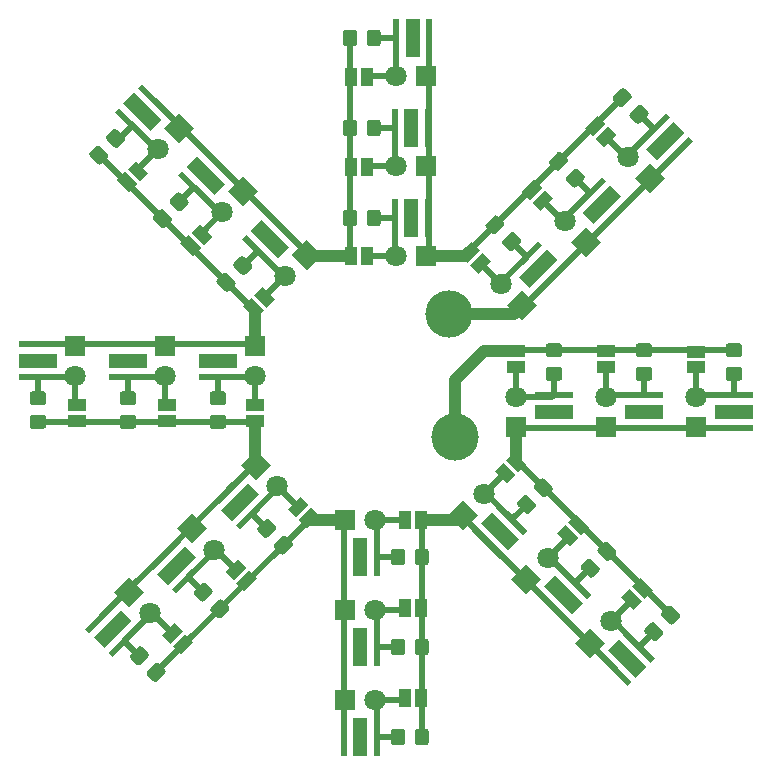
<source format=gbr>
%TF.GenerationSoftware,KiCad,Pcbnew,(5.1.9)-1*%
%TF.CreationDate,2025-04-10T23:46:23-06:00*%
%TF.ProjectId,LEDS,4c454453-2e6b-4696-9361-645f70636258,rev?*%
%TF.SameCoordinates,Original*%
%TF.FileFunction,Copper,L1,Top*%
%TF.FilePolarity,Positive*%
%FSLAX46Y46*%
G04 Gerber Fmt 4.6, Leading zero omitted, Abs format (unit mm)*
G04 Created by KiCad (PCBNEW (5.1.9)-1) date 2025-04-10 23:46:23*
%MOMM*%
%LPD*%
G01*
G04 APERTURE LIST*
%TA.AperFunction,ComponentPad*%
%ADD10R,1.800000X1.800000*%
%TD*%
%TA.AperFunction,ComponentPad*%
%ADD11C,1.800000*%
%TD*%
%TA.AperFunction,ComponentPad*%
%ADD12C,0.100000*%
%TD*%
%TA.AperFunction,SMDPad,CuDef*%
%ADD13R,3.300000X0.500000*%
%TD*%
%TA.AperFunction,SMDPad,CuDef*%
%ADD14R,3.300000X1.300000*%
%TD*%
%TA.AperFunction,SMDPad,CuDef*%
%ADD15C,0.100000*%
%TD*%
%TA.AperFunction,SMDPad,CuDef*%
%ADD16R,1.300000X3.300000*%
%TD*%
%TA.AperFunction,SMDPad,CuDef*%
%ADD17R,0.500000X3.300000*%
%TD*%
%TA.AperFunction,SMDPad,CuDef*%
%ADD18R,1.500000X1.000000*%
%TD*%
%TA.AperFunction,SMDPad,CuDef*%
%ADD19R,1.000000X1.500000*%
%TD*%
%TA.AperFunction,SMDPad,CuDef*%
%ADD20C,4.000000*%
%TD*%
%TA.AperFunction,ViaPad*%
%ADD21C,0.800000*%
%TD*%
%TA.AperFunction,Conductor*%
%ADD22C,0.508000*%
%TD*%
%TA.AperFunction,Conductor*%
%ADD23C,1.016000*%
%TD*%
G04 APERTURE END LIST*
D10*
%TO.P,D1,1*%
%TO.N,Net-(D1-Pad1)*%
X169799000Y-113919000D03*
D11*
%TO.P,D1,2*%
%TO.N,Net-(D1-Pad2)*%
X169799000Y-111379000D03*
%TD*%
%TA.AperFunction,ComponentPad*%
D12*
%TO.P,D2,1*%
%TO.N,Net-(D10-Pad1)*%
G36*
X165265022Y-122702075D02*
G01*
X163992230Y-121429283D01*
X165265022Y-120156491D01*
X166537814Y-121429283D01*
X165265022Y-122702075D01*
G37*
%TD.AperFunction*%
D11*
%TO.P,D2,2*%
%TO.N,Net-(D10-Pad2)*%
X167061073Y-119633232D03*
%TD*%
D10*
%TO.P,D3,1*%
%TO.N,Net-(D11-Pad1)*%
X155321000Y-121793000D03*
D11*
%TO.P,D3,2*%
%TO.N,Net-(D11-Pad2)*%
X157861000Y-121793000D03*
%TD*%
%TO.P,D4,2*%
%TO.N,Net-(D12-Pad2)*%
X149550472Y-118948277D03*
%TA.AperFunction,ComponentPad*%
D12*
%TO.P,D4,1*%
%TO.N,Net-(D12-Pad1)*%
G36*
X146481629Y-117152226D02*
G01*
X147754421Y-115879434D01*
X149027213Y-117152226D01*
X147754421Y-118425018D01*
X146481629Y-117152226D01*
G37*
%TD.AperFunction*%
%TD*%
D11*
%TO.P,D5,2*%
%TO.N,Net-(D13-Pad2)*%
X147701000Y-109601000D03*
D10*
%TO.P,D5,1*%
%TO.N,Net-(D13-Pad1)*%
X147701000Y-107061000D03*
%TD*%
%TA.AperFunction,ComponentPad*%
D12*
%TO.P,D6,1*%
%TO.N,Net-(D14-Pad1)*%
G36*
X152031917Y-98113772D02*
G01*
X153304709Y-99386564D01*
X152031917Y-100659356D01*
X150759125Y-99386564D01*
X152031917Y-98113772D01*
G37*
%TD.AperFunction*%
D11*
%TO.P,D6,2*%
%TO.N,Net-(D14-Pad2)*%
X150235866Y-101182615D03*
%TD*%
D10*
%TO.P,D7,1*%
%TO.N,Net-(D15-Pad1)*%
X162179000Y-99441000D03*
D11*
%TO.P,D7,2*%
%TO.N,Net-(D15-Pad2)*%
X159639000Y-99441000D03*
%TD*%
%TO.P,D8,2*%
%TO.N,Net-(D16-Pad2)*%
X168510589Y-101867570D03*
%TA.AperFunction,ComponentPad*%
D12*
%TO.P,D8,1*%
%TO.N,Net-(D16-Pad1)*%
G36*
X171579432Y-103663621D02*
G01*
X170306640Y-104936413D01*
X169033848Y-103663621D01*
X170306640Y-102390829D01*
X171579432Y-103663621D01*
G37*
%TD.AperFunction*%
%TD*%
D13*
%TO.P,D9,2*%
%TO.N,Net-(D1-Pad2)*%
X172974000Y-111249000D03*
%TO.P,D9,1*%
%TO.N,Net-(D1-Pad1)*%
X172974000Y-114049000D03*
D14*
%TO.P,D9,3*%
%TO.N,Net-(D16-Pad1)*%
X172974000Y-112649000D03*
%TD*%
%TA.AperFunction,SMDPad,CuDef*%
D15*
%TO.P,D10,3*%
%TO.N,Net-(D16-Pad1)*%
G36*
X169115219Y-124402667D02*
G01*
X166781766Y-122069214D01*
X167701005Y-121149975D01*
X170034458Y-123483428D01*
X169115219Y-124402667D01*
G37*
%TD.AperFunction*%
%TA.AperFunction,SMDPad,CuDef*%
%TO.P,D10,1*%
%TO.N,Net-(D10-Pad1)*%
G36*
X168408112Y-125109773D02*
G01*
X166074660Y-122776321D01*
X166428214Y-122422767D01*
X168761666Y-124756219D01*
X168408112Y-125109773D01*
G37*
%TD.AperFunction*%
%TA.AperFunction,SMDPad,CuDef*%
%TO.P,D10,2*%
%TO.N,Net-(D10-Pad2)*%
G36*
X170388010Y-123129875D02*
G01*
X168054558Y-120796423D01*
X168408112Y-120442869D01*
X170741564Y-122776321D01*
X170388010Y-123129875D01*
G37*
%TD.AperFunction*%
%TD*%
D16*
%TO.P,D11,3*%
%TO.N,Net-(D16-Pad1)*%
X156591000Y-124968000D03*
D17*
%TO.P,D11,1*%
%TO.N,Net-(D11-Pad1)*%
X155191000Y-124968000D03*
%TO.P,D11,2*%
%TO.N,Net-(D11-Pad2)*%
X157991000Y-124968000D03*
%TD*%
%TA.AperFunction,SMDPad,CuDef*%
D15*
%TO.P,D12,3*%
%TO.N,Net-(D16-Pad1)*%
G36*
X144781037Y-121002422D02*
G01*
X147114490Y-118668969D01*
X148033729Y-119588208D01*
X145700276Y-121921661D01*
X144781037Y-121002422D01*
G37*
%TD.AperFunction*%
%TA.AperFunction,SMDPad,CuDef*%
%TO.P,D12,1*%
%TO.N,Net-(D12-Pad1)*%
G36*
X144073931Y-120295315D02*
G01*
X146407383Y-117961863D01*
X146760937Y-118315417D01*
X144427485Y-120648869D01*
X144073931Y-120295315D01*
G37*
%TD.AperFunction*%
%TA.AperFunction,SMDPad,CuDef*%
%TO.P,D12,2*%
%TO.N,Net-(D12-Pad2)*%
G36*
X146053829Y-122275213D02*
G01*
X148387281Y-119941761D01*
X148740835Y-120295315D01*
X146407383Y-122628767D01*
X146053829Y-122275213D01*
G37*
%TD.AperFunction*%
%TD*%
D13*
%TO.P,D13,2*%
%TO.N,Net-(D13-Pad2)*%
X144526000Y-109731000D03*
%TO.P,D13,1*%
%TO.N,Net-(D13-Pad1)*%
X144526000Y-106931000D03*
D14*
%TO.P,D13,3*%
%TO.N,Net-(D16-Pad1)*%
X144526000Y-108331000D03*
%TD*%
%TA.AperFunction,SMDPad,CuDef*%
D15*
%TO.P,D14,2*%
%TO.N,Net-(D14-Pad2)*%
G36*
X146908930Y-97685972D02*
G01*
X149242382Y-100019424D01*
X148888828Y-100372978D01*
X146555376Y-98039526D01*
X146908930Y-97685972D01*
G37*
%TD.AperFunction*%
%TA.AperFunction,SMDPad,CuDef*%
%TO.P,D14,1*%
%TO.N,Net-(D14-Pad1)*%
G36*
X148888828Y-95706074D02*
G01*
X151222280Y-98039526D01*
X150868726Y-98393080D01*
X148535274Y-96059628D01*
X148888828Y-95706074D01*
G37*
%TD.AperFunction*%
%TA.AperFunction,SMDPad,CuDef*%
%TO.P,D14,3*%
%TO.N,Net-(D16-Pad1)*%
G36*
X148181721Y-96413180D02*
G01*
X150515174Y-98746633D01*
X149595935Y-99665872D01*
X147262482Y-97332419D01*
X148181721Y-96413180D01*
G37*
%TD.AperFunction*%
%TD*%
D17*
%TO.P,D15,2*%
%TO.N,Net-(D15-Pad2)*%
X159509000Y-96266000D03*
%TO.P,D15,1*%
%TO.N,Net-(D15-Pad1)*%
X162309000Y-96266000D03*
D16*
%TO.P,D15,3*%
%TO.N,Net-(D16-Pad1)*%
X160909000Y-96266000D03*
%TD*%
%TA.AperFunction,SMDPad,CuDef*%
D15*
%TO.P,D16,3*%
%TO.N,Net-(D16-Pad1)*%
G36*
X173280024Y-99813424D02*
G01*
X170946571Y-102146877D01*
X170027332Y-101227638D01*
X172360785Y-98894185D01*
X173280024Y-99813424D01*
G37*
%TD.AperFunction*%
%TA.AperFunction,SMDPad,CuDef*%
%TO.P,D16,1*%
G36*
X173987130Y-100520531D02*
G01*
X171653678Y-102853983D01*
X171300124Y-102500429D01*
X173633576Y-100166977D01*
X173987130Y-100520531D01*
G37*
%TD.AperFunction*%
%TA.AperFunction,SMDPad,CuDef*%
%TO.P,D16,2*%
%TO.N,Net-(D16-Pad2)*%
G36*
X172007232Y-98540633D02*
G01*
X169673780Y-100874085D01*
X169320226Y-100520531D01*
X171653678Y-98187079D01*
X172007232Y-98540633D01*
G37*
%TD.AperFunction*%
%TD*%
D11*
%TO.P,D17,2*%
%TO.N,Net-(D17-Pad2)*%
X177419000Y-111379000D03*
D10*
%TO.P,D17,1*%
%TO.N,Net-(D1-Pad1)*%
X177419000Y-113919000D03*
%TD*%
%TA.AperFunction,ComponentPad*%
D12*
%TO.P,D18,1*%
%TO.N,Net-(D10-Pad1)*%
G36*
X170653176Y-128090228D02*
G01*
X169380384Y-126817436D01*
X170653176Y-125544644D01*
X171925968Y-126817436D01*
X170653176Y-128090228D01*
G37*
%TD.AperFunction*%
D11*
%TO.P,D18,2*%
%TO.N,Net-(D18-Pad2)*%
X172449227Y-125021385D03*
%TD*%
D10*
%TO.P,D19,1*%
%TO.N,Net-(D11-Pad1)*%
X155321000Y-129413000D03*
D11*
%TO.P,D19,2*%
%TO.N,Net-(D19-Pad2)*%
X157861000Y-129413000D03*
%TD*%
%TO.P,D20,2*%
%TO.N,Net-(D20-Pad2)*%
X144162318Y-124336430D03*
%TA.AperFunction,ComponentPad*%
D12*
%TO.P,D20,1*%
%TO.N,Net-(D12-Pad1)*%
G36*
X141093475Y-122540379D02*
G01*
X142366267Y-121267587D01*
X143639059Y-122540379D01*
X142366267Y-123813171D01*
X141093475Y-122540379D01*
G37*
%TD.AperFunction*%
%TD*%
D10*
%TO.P,D21,1*%
%TO.N,Net-(D13-Pad1)*%
X140081000Y-107061000D03*
D11*
%TO.P,D21,2*%
%TO.N,Net-(D21-Pad2)*%
X140081000Y-109601000D03*
%TD*%
%TA.AperFunction,ComponentPad*%
D12*
%TO.P,D22,1*%
%TO.N,Net-(D14-Pad1)*%
G36*
X146643764Y-92725618D02*
G01*
X147916556Y-93998410D01*
X146643764Y-95271202D01*
X145370972Y-93998410D01*
X146643764Y-92725618D01*
G37*
%TD.AperFunction*%
D11*
%TO.P,D22,2*%
%TO.N,Net-(D22-Pad2)*%
X144847713Y-95794461D03*
%TD*%
D10*
%TO.P,D23,1*%
%TO.N,Net-(D15-Pad1)*%
X162179000Y-91821000D03*
D11*
%TO.P,D23,2*%
%TO.N,Net-(D23-Pad2)*%
X159639000Y-91821000D03*
%TD*%
%TO.P,D24,2*%
%TO.N,Net-(D24-Pad2)*%
X173898742Y-96479416D03*
%TA.AperFunction,ComponentPad*%
D12*
%TO.P,D24,1*%
%TO.N,Net-(D16-Pad1)*%
G36*
X176967585Y-98275467D02*
G01*
X175694793Y-99548259D01*
X174422001Y-98275467D01*
X175694793Y-97002675D01*
X176967585Y-98275467D01*
G37*
%TD.AperFunction*%
%TD*%
D14*
%TO.P,D25,3*%
%TO.N,Net-(D16-Pad1)*%
X180594000Y-112649000D03*
D13*
%TO.P,D25,1*%
%TO.N,Net-(D1-Pad1)*%
X180594000Y-114049000D03*
%TO.P,D25,2*%
%TO.N,Net-(D17-Pad2)*%
X180594000Y-111249000D03*
%TD*%
%TA.AperFunction,SMDPad,CuDef*%
D15*
%TO.P,D26,2*%
%TO.N,Net-(D18-Pad2)*%
G36*
X175776163Y-128518029D02*
G01*
X173442711Y-126184577D01*
X173796265Y-125831023D01*
X176129717Y-128164475D01*
X175776163Y-128518029D01*
G37*
%TD.AperFunction*%
%TA.AperFunction,SMDPad,CuDef*%
%TO.P,D26,1*%
%TO.N,Net-(D10-Pad1)*%
G36*
X173796265Y-130497927D02*
G01*
X171462813Y-128164475D01*
X171816367Y-127810921D01*
X174149819Y-130144373D01*
X173796265Y-130497927D01*
G37*
%TD.AperFunction*%
%TA.AperFunction,SMDPad,CuDef*%
%TO.P,D26,3*%
%TO.N,Net-(D16-Pad1)*%
G36*
X174503372Y-129790821D02*
G01*
X172169919Y-127457368D01*
X173089158Y-126538129D01*
X175422611Y-128871582D01*
X174503372Y-129790821D01*
G37*
%TD.AperFunction*%
%TD*%
D17*
%TO.P,D27,2*%
%TO.N,Net-(D19-Pad2)*%
X157991000Y-132588000D03*
%TO.P,D27,1*%
%TO.N,Net-(D11-Pad1)*%
X155191000Y-132588000D03*
D16*
%TO.P,D27,3*%
%TO.N,Net-(D16-Pad1)*%
X156591000Y-132588000D03*
%TD*%
%TA.AperFunction,SMDPad,CuDef*%
D15*
%TO.P,D28,3*%
%TO.N,Net-(D16-Pad1)*%
G36*
X139392883Y-126390576D02*
G01*
X141726336Y-124057123D01*
X142645575Y-124976362D01*
X140312122Y-127309815D01*
X139392883Y-126390576D01*
G37*
%TD.AperFunction*%
%TA.AperFunction,SMDPad,CuDef*%
%TO.P,D28,1*%
%TO.N,Net-(D12-Pad1)*%
G36*
X138685777Y-125683469D02*
G01*
X141019229Y-123350017D01*
X141372783Y-123703571D01*
X139039331Y-126037023D01*
X138685777Y-125683469D01*
G37*
%TD.AperFunction*%
%TA.AperFunction,SMDPad,CuDef*%
%TO.P,D28,2*%
%TO.N,Net-(D20-Pad2)*%
G36*
X140665675Y-127663367D02*
G01*
X142999127Y-125329915D01*
X143352681Y-125683469D01*
X141019229Y-128016921D01*
X140665675Y-127663367D01*
G37*
%TD.AperFunction*%
%TD*%
D13*
%TO.P,D29,2*%
%TO.N,Net-(D21-Pad2)*%
X136906000Y-109731000D03*
%TO.P,D29,1*%
%TO.N,Net-(D13-Pad1)*%
X136906000Y-106931000D03*
D14*
%TO.P,D29,3*%
%TO.N,Net-(D16-Pad1)*%
X136906000Y-108331000D03*
%TD*%
%TA.AperFunction,SMDPad,CuDef*%
D15*
%TO.P,D30,2*%
%TO.N,Net-(D22-Pad2)*%
G36*
X141520776Y-92297818D02*
G01*
X143854228Y-94631270D01*
X143500674Y-94984824D01*
X141167222Y-92651372D01*
X141520776Y-92297818D01*
G37*
%TD.AperFunction*%
%TA.AperFunction,SMDPad,CuDef*%
%TO.P,D30,1*%
%TO.N,Net-(D14-Pad1)*%
G36*
X143500674Y-90317920D02*
G01*
X145834126Y-92651372D01*
X145480572Y-93004926D01*
X143147120Y-90671474D01*
X143500674Y-90317920D01*
G37*
%TD.AperFunction*%
%TA.AperFunction,SMDPad,CuDef*%
%TO.P,D30,3*%
%TO.N,Net-(D16-Pad1)*%
G36*
X142793567Y-91025026D02*
G01*
X145127020Y-93358479D01*
X144207781Y-94277718D01*
X141874328Y-91944265D01*
X142793567Y-91025026D01*
G37*
%TD.AperFunction*%
%TD*%
D16*
%TO.P,D31,3*%
%TO.N,Net-(D16-Pad1)*%
X160909000Y-88646000D03*
D17*
%TO.P,D31,1*%
%TO.N,Net-(D15-Pad1)*%
X162309000Y-88646000D03*
%TO.P,D31,2*%
%TO.N,Net-(D23-Pad2)*%
X159509000Y-88646000D03*
%TD*%
%TA.AperFunction,SMDPad,CuDef*%
D15*
%TO.P,D32,2*%
%TO.N,Net-(D24-Pad2)*%
G36*
X177395386Y-93152480D02*
G01*
X175061934Y-95485932D01*
X174708380Y-95132378D01*
X177041832Y-92798926D01*
X177395386Y-93152480D01*
G37*
%TD.AperFunction*%
%TA.AperFunction,SMDPad,CuDef*%
%TO.P,D32,1*%
%TO.N,Net-(D16-Pad1)*%
G36*
X179375284Y-95132378D02*
G01*
X177041832Y-97465830D01*
X176688278Y-97112276D01*
X179021730Y-94778824D01*
X179375284Y-95132378D01*
G37*
%TD.AperFunction*%
%TA.AperFunction,SMDPad,CuDef*%
%TO.P,D32,3*%
G36*
X178668178Y-94425271D02*
G01*
X176334725Y-96758724D01*
X175415486Y-95839485D01*
X177748939Y-93506032D01*
X178668178Y-94425271D01*
G37*
%TD.AperFunction*%
%TD*%
D11*
%TO.P,D33,2*%
%TO.N,Net-(D33-Pad2)*%
X185039000Y-111379000D03*
D10*
%TO.P,D33,1*%
%TO.N,Net-(D1-Pad1)*%
X185039000Y-113919000D03*
%TD*%
%TA.AperFunction,ComponentPad*%
D12*
%TO.P,D34,1*%
%TO.N,Net-(D10-Pad1)*%
G36*
X176041329Y-133478382D02*
G01*
X174768537Y-132205590D01*
X176041329Y-130932798D01*
X177314121Y-132205590D01*
X176041329Y-133478382D01*
G37*
%TD.AperFunction*%
D11*
%TO.P,D34,2*%
%TO.N,Net-(D34-Pad2)*%
X177837380Y-130409539D03*
%TD*%
%TO.P,D35,2*%
%TO.N,Net-(D35-Pad2)*%
X157861000Y-137033000D03*
D10*
%TO.P,D35,1*%
%TO.N,Net-(D11-Pad1)*%
X155321000Y-137033000D03*
%TD*%
%TA.AperFunction,ComponentPad*%
D12*
%TO.P,D36,1*%
%TO.N,Net-(D12-Pad1)*%
G36*
X135705322Y-127928533D02*
G01*
X136978114Y-126655741D01*
X138250906Y-127928533D01*
X136978114Y-129201325D01*
X135705322Y-127928533D01*
G37*
%TD.AperFunction*%
D11*
%TO.P,D36,2*%
%TO.N,Net-(D36-Pad2)*%
X138774165Y-129724584D03*
%TD*%
%TO.P,D37,2*%
%TO.N,Net-(D37-Pad2)*%
X132461000Y-109601000D03*
D10*
%TO.P,D37,1*%
%TO.N,Net-(D13-Pad1)*%
X132461000Y-107061000D03*
%TD*%
D11*
%TO.P,D38,2*%
%TO.N,Net-(D38-Pad2)*%
X139459559Y-90406308D03*
%TA.AperFunction,ComponentPad*%
D12*
%TO.P,D38,1*%
%TO.N,Net-(D14-Pad1)*%
G36*
X141255610Y-87337465D02*
G01*
X142528402Y-88610257D01*
X141255610Y-89883049D01*
X139982818Y-88610257D01*
X141255610Y-87337465D01*
G37*
%TD.AperFunction*%
%TD*%
D11*
%TO.P,D39,2*%
%TO.N,Net-(D39-Pad2)*%
X159639000Y-84201000D03*
D10*
%TO.P,D39,1*%
%TO.N,Net-(D15-Pad1)*%
X162179000Y-84201000D03*
%TD*%
D11*
%TO.P,D40,2*%
%TO.N,Net-(D40-Pad2)*%
X179286896Y-91091263D03*
%TA.AperFunction,ComponentPad*%
D12*
%TO.P,D40,1*%
%TO.N,Net-(D16-Pad1)*%
G36*
X182355739Y-92887314D02*
G01*
X181082947Y-94160106D01*
X179810155Y-92887314D01*
X181082947Y-91614522D01*
X182355739Y-92887314D01*
G37*
%TD.AperFunction*%
%TD*%
D14*
%TO.P,D41,3*%
%TO.N,Net-(D16-Pad1)*%
X188214000Y-112649000D03*
D13*
%TO.P,D41,1*%
%TO.N,Net-(D1-Pad1)*%
X188214000Y-114049000D03*
%TO.P,D41,2*%
%TO.N,Net-(D33-Pad2)*%
X188214000Y-111249000D03*
%TD*%
%TA.AperFunction,SMDPad,CuDef*%
D15*
%TO.P,D42,2*%
%TO.N,Net-(D34-Pad2)*%
G36*
X181166438Y-133904061D02*
G01*
X178832986Y-131570609D01*
X179186540Y-131217055D01*
X181519992Y-133550507D01*
X181166438Y-133904061D01*
G37*
%TD.AperFunction*%
%TA.AperFunction,SMDPad,CuDef*%
%TO.P,D42,1*%
%TO.N,Net-(D10-Pad1)*%
G36*
X179186540Y-135883959D02*
G01*
X176853088Y-133550507D01*
X177206642Y-133196953D01*
X179540094Y-135530405D01*
X179186540Y-135883959D01*
G37*
%TD.AperFunction*%
%TA.AperFunction,SMDPad,CuDef*%
%TO.P,D42,3*%
%TO.N,Net-(D16-Pad1)*%
G36*
X179893647Y-135176853D02*
G01*
X177560194Y-132843400D01*
X178479433Y-131924161D01*
X180812886Y-134257614D01*
X179893647Y-135176853D01*
G37*
%TD.AperFunction*%
%TD*%
D16*
%TO.P,D43,3*%
%TO.N,Net-(D16-Pad1)*%
X156594000Y-140208000D03*
D17*
%TO.P,D43,1*%
%TO.N,Net-(D11-Pad1)*%
X155194000Y-140208000D03*
%TO.P,D43,2*%
%TO.N,Net-(D35-Pad2)*%
X157994000Y-140208000D03*
%TD*%
%TA.AperFunction,SMDPad,CuDef*%
D15*
%TO.P,D44,3*%
%TO.N,Net-(D16-Pad1)*%
G36*
X134002608Y-131776608D02*
G01*
X136336061Y-129443155D01*
X137255300Y-130362394D01*
X134921847Y-132695847D01*
X134002608Y-131776608D01*
G37*
%TD.AperFunction*%
%TA.AperFunction,SMDPad,CuDef*%
%TO.P,D44,1*%
%TO.N,Net-(D12-Pad1)*%
G36*
X133295502Y-131069501D02*
G01*
X135628954Y-128736049D01*
X135982508Y-129089603D01*
X133649056Y-131423055D01*
X133295502Y-131069501D01*
G37*
%TD.AperFunction*%
%TA.AperFunction,SMDPad,CuDef*%
%TO.P,D44,2*%
%TO.N,Net-(D36-Pad2)*%
G36*
X135275400Y-133049399D02*
G01*
X137608852Y-130715947D01*
X137962406Y-131069501D01*
X135628954Y-133402953D01*
X135275400Y-133049399D01*
G37*
%TD.AperFunction*%
%TD*%
D14*
%TO.P,D45,3*%
%TO.N,Net-(D16-Pad1)*%
X129286000Y-108328000D03*
D13*
%TO.P,D45,1*%
%TO.N,Net-(D13-Pad1)*%
X129286000Y-106928000D03*
%TO.P,D45,2*%
%TO.N,Net-(D37-Pad2)*%
X129286000Y-109728000D03*
%TD*%
%TA.AperFunction,SMDPad,CuDef*%
D15*
%TO.P,D46,2*%
%TO.N,Net-(D38-Pad2)*%
G36*
X136134744Y-86907543D02*
G01*
X138468196Y-89240995D01*
X138114642Y-89594549D01*
X135781190Y-87261097D01*
X136134744Y-86907543D01*
G37*
%TD.AperFunction*%
%TA.AperFunction,SMDPad,CuDef*%
%TO.P,D46,1*%
%TO.N,Net-(D14-Pad1)*%
G36*
X138114642Y-84927645D02*
G01*
X140448094Y-87261097D01*
X140094540Y-87614651D01*
X137761088Y-85281199D01*
X138114642Y-84927645D01*
G37*
%TD.AperFunction*%
%TA.AperFunction,SMDPad,CuDef*%
%TO.P,D46,3*%
%TO.N,Net-(D16-Pad1)*%
G36*
X137407535Y-85634751D02*
G01*
X139740988Y-87968204D01*
X138821749Y-88887443D01*
X136488296Y-86553990D01*
X137407535Y-85634751D01*
G37*
%TD.AperFunction*%
%TD*%
D16*
%TO.P,D47,3*%
%TO.N,Net-(D16-Pad1)*%
X161036000Y-81026000D03*
D17*
%TO.P,D47,1*%
%TO.N,Net-(D15-Pad1)*%
X162436000Y-81026000D03*
%TO.P,D47,2*%
%TO.N,Net-(D39-Pad2)*%
X159636000Y-81026000D03*
%TD*%
%TA.AperFunction,SMDPad,CuDef*%
D15*
%TO.P,D48,2*%
%TO.N,Net-(D40-Pad2)*%
G36*
X182783539Y-87764326D02*
G01*
X180450087Y-90097778D01*
X180096533Y-89744224D01*
X182429985Y-87410772D01*
X182783539Y-87764326D01*
G37*
%TD.AperFunction*%
%TA.AperFunction,SMDPad,CuDef*%
%TO.P,D48,1*%
%TO.N,Net-(D16-Pad1)*%
G36*
X184763437Y-89744224D02*
G01*
X182429985Y-92077676D01*
X182076431Y-91724122D01*
X184409883Y-89390670D01*
X184763437Y-89744224D01*
G37*
%TD.AperFunction*%
%TA.AperFunction,SMDPad,CuDef*%
%TO.P,D48,3*%
G36*
X184056331Y-89037117D02*
G01*
X181722878Y-91370570D01*
X180803639Y-90451331D01*
X183137092Y-88117878D01*
X184056331Y-89037117D01*
G37*
%TD.AperFunction*%
%TD*%
D18*
%TO.P,JP1,2*%
%TO.N,Net-(JP1-Pad2)*%
X169799000Y-107554000D03*
%TO.P,JP1,1*%
%TO.N,Net-(D1-Pad2)*%
X169799000Y-108854000D03*
%TD*%
%TA.AperFunction,SMDPad,CuDef*%
D15*
%TO.P,JP2,1*%
%TO.N,Net-(D10-Pad2)*%
G36*
X169023295Y-118731669D02*
G01*
X167962635Y-117671009D01*
X168669741Y-116963903D01*
X169730401Y-118024563D01*
X169023295Y-118731669D01*
G37*
%TD.AperFunction*%
%TA.AperFunction,SMDPad,CuDef*%
%TO.P,JP2,2*%
%TO.N,Net-(D1-Pad1)*%
G36*
X169942533Y-117812431D02*
G01*
X168881873Y-116751771D01*
X169588979Y-116044665D01*
X170649639Y-117105325D01*
X169942533Y-117812431D01*
G37*
%TD.AperFunction*%
%TD*%
D19*
%TO.P,JP3,2*%
%TO.N,Net-(D10-Pad1)*%
X161690999Y-121793000D03*
%TO.P,JP3,1*%
%TO.N,Net-(D11-Pad2)*%
X160390999Y-121793000D03*
%TD*%
%TA.AperFunction,SMDPad,CuDef*%
D15*
%TO.P,JP4,1*%
%TO.N,Net-(D12-Pad2)*%
G36*
X150452034Y-120910499D02*
G01*
X151512694Y-119849839D01*
X152219800Y-120556945D01*
X151159140Y-121617605D01*
X150452034Y-120910499D01*
G37*
%TD.AperFunction*%
%TA.AperFunction,SMDPad,CuDef*%
%TO.P,JP4,2*%
%TO.N,Net-(D11-Pad1)*%
G36*
X151371272Y-121829737D02*
G01*
X152431932Y-120769077D01*
X153139038Y-121476183D01*
X152078378Y-122536843D01*
X151371272Y-121829737D01*
G37*
%TD.AperFunction*%
%TD*%
D18*
%TO.P,JP5,2*%
%TO.N,Net-(D12-Pad1)*%
X147701000Y-113426000D03*
%TO.P,JP5,1*%
%TO.N,Net-(D13-Pad2)*%
X147701000Y-112126000D03*
%TD*%
%TA.AperFunction,SMDPad,CuDef*%
D15*
%TO.P,JP6,1*%
%TO.N,Net-(D14-Pad2)*%
G36*
X148273644Y-102084177D02*
G01*
X149334304Y-103144837D01*
X148627198Y-103851943D01*
X147566538Y-102791283D01*
X148273644Y-102084177D01*
G37*
%TD.AperFunction*%
%TA.AperFunction,SMDPad,CuDef*%
%TO.P,JP6,2*%
%TO.N,Net-(D13-Pad1)*%
G36*
X147354406Y-103003415D02*
G01*
X148415066Y-104064075D01*
X147707960Y-104771181D01*
X146647300Y-103710521D01*
X147354406Y-103003415D01*
G37*
%TD.AperFunction*%
%TD*%
D19*
%TO.P,JP7,1*%
%TO.N,Net-(D15-Pad2)*%
X157129000Y-99441000D03*
%TO.P,JP7,2*%
%TO.N,Net-(D14-Pad1)*%
X155829000Y-99441000D03*
%TD*%
%TA.AperFunction,SMDPad,CuDef*%
D15*
%TO.P,JP8,2*%
%TO.N,Net-(D15-Pad1)*%
G36*
X166700395Y-98996716D02*
G01*
X165639735Y-100057376D01*
X164932629Y-99350270D01*
X165993289Y-98289610D01*
X166700395Y-98996716D01*
G37*
%TD.AperFunction*%
%TA.AperFunction,SMDPad,CuDef*%
%TO.P,JP8,1*%
%TO.N,Net-(D16-Pad2)*%
G36*
X167619633Y-99915954D02*
G01*
X166558973Y-100976614D01*
X165851867Y-100269508D01*
X166912527Y-99208848D01*
X167619633Y-99915954D01*
G37*
%TD.AperFunction*%
%TD*%
D18*
%TO.P,JP9,1*%
%TO.N,Net-(D17-Pad2)*%
X177419000Y-108854000D03*
%TO.P,JP9,2*%
%TO.N,Net-(JP1-Pad2)*%
X177419000Y-107554000D03*
%TD*%
%TA.AperFunction,SMDPad,CuDef*%
D15*
%TO.P,JP10,2*%
%TO.N,Net-(D1-Pad1)*%
G36*
X175240884Y-123110783D02*
G01*
X174180224Y-122050123D01*
X174887330Y-121343017D01*
X175947990Y-122403677D01*
X175240884Y-123110783D01*
G37*
%TD.AperFunction*%
%TA.AperFunction,SMDPad,CuDef*%
%TO.P,JP10,1*%
%TO.N,Net-(D18-Pad2)*%
G36*
X174321646Y-124030021D02*
G01*
X173260986Y-122969361D01*
X173968092Y-122262255D01*
X175028752Y-123322915D01*
X174321646Y-124030021D01*
G37*
%TD.AperFunction*%
%TD*%
D19*
%TO.P,JP11,1*%
%TO.N,Net-(D19-Pad2)*%
X160386000Y-129286000D03*
%TO.P,JP11,2*%
%TO.N,Net-(D10-Pad1)*%
X161686000Y-129286000D03*
%TD*%
%TA.AperFunction,SMDPad,CuDef*%
D15*
%TO.P,JP12,2*%
%TO.N,Net-(D11-Pad1)*%
G36*
X146072921Y-127128088D02*
G01*
X147133581Y-126067428D01*
X147840687Y-126774534D01*
X146780027Y-127835194D01*
X146072921Y-127128088D01*
G37*
%TD.AperFunction*%
%TA.AperFunction,SMDPad,CuDef*%
%TO.P,JP12,1*%
%TO.N,Net-(D20-Pad2)*%
G36*
X145153683Y-126208850D02*
G01*
X146214343Y-125148190D01*
X146921449Y-125855296D01*
X145860789Y-126915956D01*
X145153683Y-126208850D01*
G37*
%TD.AperFunction*%
%TD*%
D18*
%TO.P,JP13,1*%
%TO.N,Net-(D21-Pad2)*%
X140208000Y-112126000D03*
%TO.P,JP13,2*%
%TO.N,Net-(D12-Pad1)*%
X140208000Y-113426000D03*
%TD*%
%TA.AperFunction,SMDPad,CuDef*%
D15*
%TO.P,JP14,2*%
%TO.N,Net-(D13-Pad1)*%
G36*
X142056055Y-97705064D02*
G01*
X143116715Y-98765724D01*
X142409609Y-99472830D01*
X141348949Y-98412170D01*
X142056055Y-97705064D01*
G37*
%TD.AperFunction*%
%TA.AperFunction,SMDPad,CuDef*%
%TO.P,JP14,1*%
%TO.N,Net-(D22-Pad2)*%
G36*
X142975293Y-96785826D02*
G01*
X144035953Y-97846486D01*
X143328847Y-98553592D01*
X142268187Y-97492932D01*
X142975293Y-96785826D01*
G37*
%TD.AperFunction*%
%TD*%
D19*
%TO.P,JP15,2*%
%TO.N,Net-(D14-Pad1)*%
X155814000Y-91948000D03*
%TO.P,JP15,1*%
%TO.N,Net-(D23-Pad2)*%
X157114000Y-91948000D03*
%TD*%
%TA.AperFunction,SMDPad,CuDef*%
D15*
%TO.P,JP16,2*%
%TO.N,Net-(D15-Pad1)*%
G36*
X171988140Y-93687759D02*
G01*
X170927480Y-94748419D01*
X170220374Y-94041313D01*
X171281034Y-92980653D01*
X171988140Y-93687759D01*
G37*
%TD.AperFunction*%
%TA.AperFunction,SMDPad,CuDef*%
%TO.P,JP16,1*%
%TO.N,Net-(D24-Pad2)*%
G36*
X172907378Y-94606997D02*
G01*
X171846718Y-95667657D01*
X171139612Y-94960551D01*
X172200272Y-93899891D01*
X172907378Y-94606997D01*
G37*
%TD.AperFunction*%
%TD*%
D18*
%TO.P,JP17,2*%
%TO.N,Net-(JP1-Pad2)*%
X185039000Y-107569000D03*
%TO.P,JP17,1*%
%TO.N,Net-(D33-Pad2)*%
X185039000Y-108869000D03*
%TD*%
%TA.AperFunction,SMDPad,CuDef*%
D15*
%TO.P,JP18,1*%
%TO.N,Net-(D34-Pad2)*%
G36*
X179709800Y-129418174D02*
G01*
X178649140Y-128357514D01*
X179356246Y-127650408D01*
X180416906Y-128711068D01*
X179709800Y-129418174D01*
G37*
%TD.AperFunction*%
%TA.AperFunction,SMDPad,CuDef*%
%TO.P,JP18,2*%
%TO.N,Net-(D1-Pad1)*%
G36*
X180629038Y-128498936D02*
G01*
X179568378Y-127438276D01*
X180275484Y-126731170D01*
X181336144Y-127791830D01*
X180629038Y-128498936D01*
G37*
%TD.AperFunction*%
%TD*%
D19*
%TO.P,JP19,2*%
%TO.N,Net-(D10-Pad1)*%
X161686000Y-136906000D03*
%TO.P,JP19,1*%
%TO.N,Net-(D35-Pad2)*%
X160386000Y-136906000D03*
%TD*%
%TA.AperFunction,SMDPad,CuDef*%
D15*
%TO.P,JP20,1*%
%TO.N,Net-(D36-Pad2)*%
G36*
X139765529Y-131597004D02*
G01*
X140826189Y-130536344D01*
X141533295Y-131243450D01*
X140472635Y-132304110D01*
X139765529Y-131597004D01*
G37*
%TD.AperFunction*%
%TA.AperFunction,SMDPad,CuDef*%
%TO.P,JP20,2*%
%TO.N,Net-(D11-Pad1)*%
G36*
X140684767Y-132516242D02*
G01*
X141745427Y-131455582D01*
X142452533Y-132162688D01*
X141391873Y-133223348D01*
X140684767Y-132516242D01*
G37*
%TD.AperFunction*%
%TD*%
D18*
%TO.P,JP21,2*%
%TO.N,Net-(D12-Pad1)*%
X132588000Y-113426000D03*
%TO.P,JP21,1*%
%TO.N,Net-(D37-Pad2)*%
X132588000Y-112126000D03*
%TD*%
%TA.AperFunction,SMDPad,CuDef*%
D15*
%TO.P,JP22,1*%
%TO.N,Net-(D38-Pad2)*%
G36*
X137587139Y-91397672D02*
G01*
X138647799Y-92458332D01*
X137940693Y-93165438D01*
X136880033Y-92104778D01*
X137587139Y-91397672D01*
G37*
%TD.AperFunction*%
%TA.AperFunction,SMDPad,CuDef*%
%TO.P,JP22,2*%
%TO.N,Net-(D13-Pad1)*%
G36*
X136667901Y-92316910D02*
G01*
X137728561Y-93377570D01*
X137021455Y-94084676D01*
X135960795Y-93024016D01*
X136667901Y-92316910D01*
G37*
%TD.AperFunction*%
%TD*%
D19*
%TO.P,JP23,1*%
%TO.N,Net-(D39-Pad2)*%
X157114000Y-84328000D03*
%TO.P,JP23,2*%
%TO.N,Net-(D14-Pad1)*%
X155814000Y-84328000D03*
%TD*%
%TA.AperFunction,SMDPad,CuDef*%
D15*
%TO.P,JP24,1*%
%TO.N,Net-(D40-Pad2)*%
G36*
X178295531Y-89218843D02*
G01*
X177234871Y-90279503D01*
X176527765Y-89572397D01*
X177588425Y-88511737D01*
X178295531Y-89218843D01*
G37*
%TD.AperFunction*%
%TA.AperFunction,SMDPad,CuDef*%
%TO.P,JP24,2*%
%TO.N,Net-(D15-Pad1)*%
G36*
X177376293Y-88299605D02*
G01*
X176315633Y-89360265D01*
X175608527Y-88653159D01*
X176669187Y-87592499D01*
X177376293Y-88299605D01*
G37*
%TD.AperFunction*%
%TD*%
%TO.P,R1,2*%
%TO.N,Net-(D1-Pad2)*%
%TA.AperFunction,SMDPad,CuDef*%
G36*
G01*
X172523999Y-108858000D02*
X173424001Y-108858000D01*
G75*
G02*
X173674000Y-109107999I0J-249999D01*
G01*
X173674000Y-109808001D01*
G75*
G02*
X173424001Y-110058000I-249999J0D01*
G01*
X172523999Y-110058000D01*
G75*
G02*
X172274000Y-109808001I0J249999D01*
G01*
X172274000Y-109107999D01*
G75*
G02*
X172523999Y-108858000I249999J0D01*
G01*
G37*
%TD.AperFunction*%
%TO.P,R1,1*%
%TO.N,Net-(JP1-Pad2)*%
%TA.AperFunction,SMDPad,CuDef*%
G36*
G01*
X172523999Y-106858000D02*
X173424001Y-106858000D01*
G75*
G02*
X173674000Y-107107999I0J-249999D01*
G01*
X173674000Y-107808001D01*
G75*
G02*
X173424001Y-108058000I-249999J0D01*
G01*
X172523999Y-108058000D01*
G75*
G02*
X172274000Y-107808001I0J249999D01*
G01*
X172274000Y-107107999D01*
G75*
G02*
X172523999Y-106858000I249999J0D01*
G01*
G37*
%TD.AperFunction*%
%TD*%
%TO.P,R2,1*%
%TO.N,Net-(D1-Pad1)*%
%TA.AperFunction,SMDPad,CuDef*%
G36*
G01*
X172184768Y-118363267D02*
X172821166Y-118999665D01*
G75*
G02*
X172821166Y-119353217I-176776J-176776D01*
G01*
X172326190Y-119848193D01*
G75*
G02*
X171972638Y-119848193I-176776J176776D01*
G01*
X171336240Y-119211795D01*
G75*
G02*
X171336240Y-118858243I176776J176776D01*
G01*
X171831216Y-118363267D01*
G75*
G02*
X172184768Y-118363267I176776J-176776D01*
G01*
G37*
%TD.AperFunction*%
%TO.P,R2,2*%
%TO.N,Net-(D10-Pad2)*%
%TA.AperFunction,SMDPad,CuDef*%
G36*
G01*
X170770554Y-119777481D02*
X171406952Y-120413879D01*
G75*
G02*
X171406952Y-120767431I-176776J-176776D01*
G01*
X170911976Y-121262407D01*
G75*
G02*
X170558424Y-121262407I-176776J176776D01*
G01*
X169922026Y-120626009D01*
G75*
G02*
X169922026Y-120272457I176776J176776D01*
G01*
X170417002Y-119777481D01*
G75*
G02*
X170770554Y-119777481I176776J-176776D01*
G01*
G37*
%TD.AperFunction*%
%TD*%
%TO.P,R3,2*%
%TO.N,Net-(D11-Pad2)*%
%TA.AperFunction,SMDPad,CuDef*%
G36*
G01*
X160382000Y-124517999D02*
X160382000Y-125418001D01*
G75*
G02*
X160132001Y-125668000I-249999J0D01*
G01*
X159431999Y-125668000D01*
G75*
G02*
X159182000Y-125418001I0J249999D01*
G01*
X159182000Y-124517999D01*
G75*
G02*
X159431999Y-124268000I249999J0D01*
G01*
X160132001Y-124268000D01*
G75*
G02*
X160382000Y-124517999I0J-249999D01*
G01*
G37*
%TD.AperFunction*%
%TO.P,R3,1*%
%TO.N,Net-(D10-Pad1)*%
%TA.AperFunction,SMDPad,CuDef*%
G36*
G01*
X162382000Y-124517999D02*
X162382000Y-125418001D01*
G75*
G02*
X162132001Y-125668000I-249999J0D01*
G01*
X161431999Y-125668000D01*
G75*
G02*
X161182000Y-125418001I0J249999D01*
G01*
X161182000Y-124517999D01*
G75*
G02*
X161431999Y-124268000I249999J0D01*
G01*
X162132001Y-124268000D01*
G75*
G02*
X162382000Y-124517999I0J-249999D01*
G01*
G37*
%TD.AperFunction*%
%TD*%
%TO.P,R4,2*%
%TO.N,Net-(D12-Pad2)*%
%TA.AperFunction,SMDPad,CuDef*%
G36*
G01*
X149406223Y-122657758D02*
X148769825Y-123294156D01*
G75*
G02*
X148416273Y-123294156I-176776J176776D01*
G01*
X147921297Y-122799180D01*
G75*
G02*
X147921297Y-122445628I176776J176776D01*
G01*
X148557695Y-121809230D01*
G75*
G02*
X148911247Y-121809230I176776J-176776D01*
G01*
X149406223Y-122304206D01*
G75*
G02*
X149406223Y-122657758I-176776J-176776D01*
G01*
G37*
%TD.AperFunction*%
%TO.P,R4,1*%
%TO.N,Net-(D11-Pad1)*%
%TA.AperFunction,SMDPad,CuDef*%
G36*
G01*
X150820437Y-124071972D02*
X150184039Y-124708370D01*
G75*
G02*
X149830487Y-124708370I-176776J176776D01*
G01*
X149335511Y-124213394D01*
G75*
G02*
X149335511Y-123859842I176776J176776D01*
G01*
X149971909Y-123223444D01*
G75*
G02*
X150325461Y-123223444I176776J-176776D01*
G01*
X150820437Y-123718420D01*
G75*
G02*
X150820437Y-124071972I-176776J-176776D01*
G01*
G37*
%TD.AperFunction*%
%TD*%
%TO.P,R5,1*%
%TO.N,Net-(D12-Pad1)*%
%TA.AperFunction,SMDPad,CuDef*%
G36*
G01*
X144976001Y-114122000D02*
X144075999Y-114122000D01*
G75*
G02*
X143826000Y-113872001I0J249999D01*
G01*
X143826000Y-113171999D01*
G75*
G02*
X144075999Y-112922000I249999J0D01*
G01*
X144976001Y-112922000D01*
G75*
G02*
X145226000Y-113171999I0J-249999D01*
G01*
X145226000Y-113872001D01*
G75*
G02*
X144976001Y-114122000I-249999J0D01*
G01*
G37*
%TD.AperFunction*%
%TO.P,R5,2*%
%TO.N,Net-(D13-Pad2)*%
%TA.AperFunction,SMDPad,CuDef*%
G36*
G01*
X144976001Y-112122000D02*
X144075999Y-112122000D01*
G75*
G02*
X143826000Y-111872001I0J249999D01*
G01*
X143826000Y-111171999D01*
G75*
G02*
X144075999Y-110922000I249999J0D01*
G01*
X144976001Y-110922000D01*
G75*
G02*
X145226000Y-111171999I0J-249999D01*
G01*
X145226000Y-111872001D01*
G75*
G02*
X144976001Y-112122000I-249999J0D01*
G01*
G37*
%TD.AperFunction*%
%TD*%
%TO.P,R6,2*%
%TO.N,Net-(D14-Pad2)*%
%TA.AperFunction,SMDPad,CuDef*%
G36*
G01*
X146526385Y-101038366D02*
X145889987Y-100401968D01*
G75*
G02*
X145889987Y-100048416I176776J176776D01*
G01*
X146384963Y-99553440D01*
G75*
G02*
X146738515Y-99553440I176776J-176776D01*
G01*
X147374913Y-100189838D01*
G75*
G02*
X147374913Y-100543390I-176776J-176776D01*
G01*
X146879937Y-101038366D01*
G75*
G02*
X146526385Y-101038366I-176776J176776D01*
G01*
G37*
%TD.AperFunction*%
%TO.P,R6,1*%
%TO.N,Net-(D13-Pad1)*%
%TA.AperFunction,SMDPad,CuDef*%
G36*
G01*
X145112171Y-102452580D02*
X144475773Y-101816182D01*
G75*
G02*
X144475773Y-101462630I176776J176776D01*
G01*
X144970749Y-100967654D01*
G75*
G02*
X145324301Y-100967654I176776J-176776D01*
G01*
X145960699Y-101604052D01*
G75*
G02*
X145960699Y-101957604I-176776J-176776D01*
G01*
X145465723Y-102452580D01*
G75*
G02*
X145112171Y-102452580I-176776J176776D01*
G01*
G37*
%TD.AperFunction*%
%TD*%
%TO.P,R7,1*%
%TO.N,Net-(D14-Pad1)*%
%TA.AperFunction,SMDPad,CuDef*%
G36*
G01*
X155118000Y-96716001D02*
X155118000Y-95815999D01*
G75*
G02*
X155367999Y-95566000I249999J0D01*
G01*
X156068001Y-95566000D01*
G75*
G02*
X156318000Y-95815999I0J-249999D01*
G01*
X156318000Y-96716001D01*
G75*
G02*
X156068001Y-96966000I-249999J0D01*
G01*
X155367999Y-96966000D01*
G75*
G02*
X155118000Y-96716001I0J249999D01*
G01*
G37*
%TD.AperFunction*%
%TO.P,R7,2*%
%TO.N,Net-(D15-Pad2)*%
%TA.AperFunction,SMDPad,CuDef*%
G36*
G01*
X157118000Y-96716001D02*
X157118000Y-95815999D01*
G75*
G02*
X157367999Y-95566000I249999J0D01*
G01*
X158068001Y-95566000D01*
G75*
G02*
X158318000Y-95815999I0J-249999D01*
G01*
X158318000Y-96716001D01*
G75*
G02*
X158068001Y-96966000I-249999J0D01*
G01*
X157367999Y-96966000D01*
G75*
G02*
X157118000Y-96716001I0J249999D01*
G01*
G37*
%TD.AperFunction*%
%TD*%
%TO.P,R8,1*%
%TO.N,Net-(D15-Pad1)*%
%TA.AperFunction,SMDPad,CuDef*%
G36*
G01*
X167240624Y-96743875D02*
X167877022Y-96107477D01*
G75*
G02*
X168230574Y-96107477I176776J-176776D01*
G01*
X168725550Y-96602453D01*
G75*
G02*
X168725550Y-96956005I-176776J-176776D01*
G01*
X168089152Y-97592403D01*
G75*
G02*
X167735600Y-97592403I-176776J176776D01*
G01*
X167240624Y-97097427D01*
G75*
G02*
X167240624Y-96743875I176776J176776D01*
G01*
G37*
%TD.AperFunction*%
%TO.P,R8,2*%
%TO.N,Net-(D16-Pad2)*%
%TA.AperFunction,SMDPad,CuDef*%
G36*
G01*
X168654838Y-98158089D02*
X169291236Y-97521691D01*
G75*
G02*
X169644788Y-97521691I176776J-176776D01*
G01*
X170139764Y-98016667D01*
G75*
G02*
X170139764Y-98370219I-176776J-176776D01*
G01*
X169503366Y-99006617D01*
G75*
G02*
X169149814Y-99006617I-176776J176776D01*
G01*
X168654838Y-98511641D01*
G75*
G02*
X168654838Y-98158089I176776J176776D01*
G01*
G37*
%TD.AperFunction*%
%TD*%
%TO.P,R9,2*%
%TO.N,Net-(D17-Pad2)*%
%TA.AperFunction,SMDPad,CuDef*%
G36*
G01*
X180143999Y-108858000D02*
X181044001Y-108858000D01*
G75*
G02*
X181294000Y-109107999I0J-249999D01*
G01*
X181294000Y-109808001D01*
G75*
G02*
X181044001Y-110058000I-249999J0D01*
G01*
X180143999Y-110058000D01*
G75*
G02*
X179894000Y-109808001I0J249999D01*
G01*
X179894000Y-109107999D01*
G75*
G02*
X180143999Y-108858000I249999J0D01*
G01*
G37*
%TD.AperFunction*%
%TO.P,R9,1*%
%TO.N,Net-(JP1-Pad2)*%
%TA.AperFunction,SMDPad,CuDef*%
G36*
G01*
X180143999Y-106858000D02*
X181044001Y-106858000D01*
G75*
G02*
X181294000Y-107107999I0J-249999D01*
G01*
X181294000Y-107808001D01*
G75*
G02*
X181044001Y-108058000I-249999J0D01*
G01*
X180143999Y-108058000D01*
G75*
G02*
X179894000Y-107808001I0J249999D01*
G01*
X179894000Y-107107999D01*
G75*
G02*
X180143999Y-106858000I249999J0D01*
G01*
G37*
%TD.AperFunction*%
%TD*%
%TO.P,R10,2*%
%TO.N,Net-(D18-Pad2)*%
%TA.AperFunction,SMDPad,CuDef*%
G36*
G01*
X176158708Y-125165634D02*
X176795106Y-125802032D01*
G75*
G02*
X176795106Y-126155584I-176776J-176776D01*
G01*
X176300130Y-126650560D01*
G75*
G02*
X175946578Y-126650560I-176776J176776D01*
G01*
X175310180Y-126014162D01*
G75*
G02*
X175310180Y-125660610I176776J176776D01*
G01*
X175805156Y-125165634D01*
G75*
G02*
X176158708Y-125165634I176776J-176776D01*
G01*
G37*
%TD.AperFunction*%
%TO.P,R10,1*%
%TO.N,Net-(D1-Pad1)*%
%TA.AperFunction,SMDPad,CuDef*%
G36*
G01*
X177572922Y-123751420D02*
X178209320Y-124387818D01*
G75*
G02*
X178209320Y-124741370I-176776J-176776D01*
G01*
X177714344Y-125236346D01*
G75*
G02*
X177360792Y-125236346I-176776J176776D01*
G01*
X176724394Y-124599948D01*
G75*
G02*
X176724394Y-124246396I176776J176776D01*
G01*
X177219370Y-123751420D01*
G75*
G02*
X177572922Y-123751420I176776J-176776D01*
G01*
G37*
%TD.AperFunction*%
%TD*%
%TO.P,R11,2*%
%TO.N,Net-(D19-Pad2)*%
%TA.AperFunction,SMDPad,CuDef*%
G36*
G01*
X160382000Y-132137999D02*
X160382000Y-133038001D01*
G75*
G02*
X160132001Y-133288000I-249999J0D01*
G01*
X159431999Y-133288000D01*
G75*
G02*
X159182000Y-133038001I0J249999D01*
G01*
X159182000Y-132137999D01*
G75*
G02*
X159431999Y-131888000I249999J0D01*
G01*
X160132001Y-131888000D01*
G75*
G02*
X160382000Y-132137999I0J-249999D01*
G01*
G37*
%TD.AperFunction*%
%TO.P,R11,1*%
%TO.N,Net-(D10-Pad1)*%
%TA.AperFunction,SMDPad,CuDef*%
G36*
G01*
X162382000Y-132137999D02*
X162382000Y-133038001D01*
G75*
G02*
X162132001Y-133288000I-249999J0D01*
G01*
X161431999Y-133288000D01*
G75*
G02*
X161182000Y-133038001I0J249999D01*
G01*
X161182000Y-132137999D01*
G75*
G02*
X161431999Y-131888000I249999J0D01*
G01*
X162132001Y-131888000D01*
G75*
G02*
X162382000Y-132137999I0J-249999D01*
G01*
G37*
%TD.AperFunction*%
%TD*%
%TO.P,R12,1*%
%TO.N,Net-(D11-Pad1)*%
%TA.AperFunction,SMDPad,CuDef*%
G36*
G01*
X145432283Y-129460125D02*
X144795885Y-130096523D01*
G75*
G02*
X144442333Y-130096523I-176776J176776D01*
G01*
X143947357Y-129601547D01*
G75*
G02*
X143947357Y-129247995I176776J176776D01*
G01*
X144583755Y-128611597D01*
G75*
G02*
X144937307Y-128611597I176776J-176776D01*
G01*
X145432283Y-129106573D01*
G75*
G02*
X145432283Y-129460125I-176776J-176776D01*
G01*
G37*
%TD.AperFunction*%
%TO.P,R12,2*%
%TO.N,Net-(D20-Pad2)*%
%TA.AperFunction,SMDPad,CuDef*%
G36*
G01*
X144018069Y-128045911D02*
X143381671Y-128682309D01*
G75*
G02*
X143028119Y-128682309I-176776J176776D01*
G01*
X142533143Y-128187333D01*
G75*
G02*
X142533143Y-127833781I176776J176776D01*
G01*
X143169541Y-127197383D01*
G75*
G02*
X143523093Y-127197383I176776J-176776D01*
G01*
X144018069Y-127692359D01*
G75*
G02*
X144018069Y-128045911I-176776J-176776D01*
G01*
G37*
%TD.AperFunction*%
%TD*%
%TO.P,R13,2*%
%TO.N,Net-(D21-Pad2)*%
%TA.AperFunction,SMDPad,CuDef*%
G36*
G01*
X137356001Y-112122000D02*
X136455999Y-112122000D01*
G75*
G02*
X136206000Y-111872001I0J249999D01*
G01*
X136206000Y-111171999D01*
G75*
G02*
X136455999Y-110922000I249999J0D01*
G01*
X137356001Y-110922000D01*
G75*
G02*
X137606000Y-111171999I0J-249999D01*
G01*
X137606000Y-111872001D01*
G75*
G02*
X137356001Y-112122000I-249999J0D01*
G01*
G37*
%TD.AperFunction*%
%TO.P,R13,1*%
%TO.N,Net-(D12-Pad1)*%
%TA.AperFunction,SMDPad,CuDef*%
G36*
G01*
X137356001Y-114122000D02*
X136455999Y-114122000D01*
G75*
G02*
X136206000Y-113872001I0J249999D01*
G01*
X136206000Y-113171999D01*
G75*
G02*
X136455999Y-112922000I249999J0D01*
G01*
X137356001Y-112922000D01*
G75*
G02*
X137606000Y-113171999I0J-249999D01*
G01*
X137606000Y-113872001D01*
G75*
G02*
X137356001Y-114122000I-249999J0D01*
G01*
G37*
%TD.AperFunction*%
%TD*%
%TO.P,R14,1*%
%TO.N,Net-(D13-Pad1)*%
%TA.AperFunction,SMDPad,CuDef*%
G36*
G01*
X139724018Y-97064426D02*
X139087620Y-96428028D01*
G75*
G02*
X139087620Y-96074476I176776J176776D01*
G01*
X139582596Y-95579500D01*
G75*
G02*
X139936148Y-95579500I176776J-176776D01*
G01*
X140572546Y-96215898D01*
G75*
G02*
X140572546Y-96569450I-176776J-176776D01*
G01*
X140077570Y-97064426D01*
G75*
G02*
X139724018Y-97064426I-176776J176776D01*
G01*
G37*
%TD.AperFunction*%
%TO.P,R14,2*%
%TO.N,Net-(D22-Pad2)*%
%TA.AperFunction,SMDPad,CuDef*%
G36*
G01*
X141138232Y-95650212D02*
X140501834Y-95013814D01*
G75*
G02*
X140501834Y-94660262I176776J176776D01*
G01*
X140996810Y-94165286D01*
G75*
G02*
X141350362Y-94165286I176776J-176776D01*
G01*
X141986760Y-94801684D01*
G75*
G02*
X141986760Y-95155236I-176776J-176776D01*
G01*
X141491784Y-95650212D01*
G75*
G02*
X141138232Y-95650212I-176776J176776D01*
G01*
G37*
%TD.AperFunction*%
%TD*%
%TO.P,R15,1*%
%TO.N,Net-(D14-Pad1)*%
%TA.AperFunction,SMDPad,CuDef*%
G36*
G01*
X155118000Y-89096001D02*
X155118000Y-88195999D01*
G75*
G02*
X155367999Y-87946000I249999J0D01*
G01*
X156068001Y-87946000D01*
G75*
G02*
X156318000Y-88195999I0J-249999D01*
G01*
X156318000Y-89096001D01*
G75*
G02*
X156068001Y-89346000I-249999J0D01*
G01*
X155367999Y-89346000D01*
G75*
G02*
X155118000Y-89096001I0J249999D01*
G01*
G37*
%TD.AperFunction*%
%TO.P,R15,2*%
%TO.N,Net-(D23-Pad2)*%
%TA.AperFunction,SMDPad,CuDef*%
G36*
G01*
X157118000Y-89096001D02*
X157118000Y-88195999D01*
G75*
G02*
X157367999Y-87946000I249999J0D01*
G01*
X158068001Y-87946000D01*
G75*
G02*
X158318000Y-88195999I0J-249999D01*
G01*
X158318000Y-89096001D01*
G75*
G02*
X158068001Y-89346000I-249999J0D01*
G01*
X157367999Y-89346000D01*
G75*
G02*
X157118000Y-89096001I0J249999D01*
G01*
G37*
%TD.AperFunction*%
%TD*%
%TO.P,R16,2*%
%TO.N,Net-(D24-Pad2)*%
%TA.AperFunction,SMDPad,CuDef*%
G36*
G01*
X174042991Y-92769935D02*
X174679389Y-92133537D01*
G75*
G02*
X175032941Y-92133537I176776J-176776D01*
G01*
X175527917Y-92628513D01*
G75*
G02*
X175527917Y-92982065I-176776J-176776D01*
G01*
X174891519Y-93618463D01*
G75*
G02*
X174537967Y-93618463I-176776J176776D01*
G01*
X174042991Y-93123487D01*
G75*
G02*
X174042991Y-92769935I176776J176776D01*
G01*
G37*
%TD.AperFunction*%
%TO.P,R16,1*%
%TO.N,Net-(D15-Pad1)*%
%TA.AperFunction,SMDPad,CuDef*%
G36*
G01*
X172628777Y-91355721D02*
X173265175Y-90719323D01*
G75*
G02*
X173618727Y-90719323I176776J-176776D01*
G01*
X174113703Y-91214299D01*
G75*
G02*
X174113703Y-91567851I-176776J-176776D01*
G01*
X173477305Y-92204249D01*
G75*
G02*
X173123753Y-92204249I-176776J176776D01*
G01*
X172628777Y-91709273D01*
G75*
G02*
X172628777Y-91355721I176776J176776D01*
G01*
G37*
%TD.AperFunction*%
%TD*%
%TO.P,R17,2*%
%TO.N,Net-(D33-Pad2)*%
%TA.AperFunction,SMDPad,CuDef*%
G36*
G01*
X187763999Y-108858000D02*
X188664001Y-108858000D01*
G75*
G02*
X188914000Y-109107999I0J-249999D01*
G01*
X188914000Y-109808001D01*
G75*
G02*
X188664001Y-110058000I-249999J0D01*
G01*
X187763999Y-110058000D01*
G75*
G02*
X187514000Y-109808001I0J249999D01*
G01*
X187514000Y-109107999D01*
G75*
G02*
X187763999Y-108858000I249999J0D01*
G01*
G37*
%TD.AperFunction*%
%TO.P,R17,1*%
%TO.N,Net-(JP1-Pad2)*%
%TA.AperFunction,SMDPad,CuDef*%
G36*
G01*
X187763999Y-106858000D02*
X188664001Y-106858000D01*
G75*
G02*
X188914000Y-107107999I0J-249999D01*
G01*
X188914000Y-107808001D01*
G75*
G02*
X188664001Y-108058000I-249999J0D01*
G01*
X187763999Y-108058000D01*
G75*
G02*
X187514000Y-107808001I0J249999D01*
G01*
X187514000Y-107107999D01*
G75*
G02*
X187763999Y-106858000I249999J0D01*
G01*
G37*
%TD.AperFunction*%
%TD*%
%TO.P,R18,1*%
%TO.N,Net-(D1-Pad1)*%
%TA.AperFunction,SMDPad,CuDef*%
G36*
G01*
X182961075Y-129139574D02*
X183597473Y-129775972D01*
G75*
G02*
X183597473Y-130129524I-176776J-176776D01*
G01*
X183102497Y-130624500D01*
G75*
G02*
X182748945Y-130624500I-176776J176776D01*
G01*
X182112547Y-129988102D01*
G75*
G02*
X182112547Y-129634550I176776J176776D01*
G01*
X182607523Y-129139574D01*
G75*
G02*
X182961075Y-129139574I176776J-176776D01*
G01*
G37*
%TD.AperFunction*%
%TO.P,R18,2*%
%TO.N,Net-(D34-Pad2)*%
%TA.AperFunction,SMDPad,CuDef*%
G36*
G01*
X181546861Y-130553788D02*
X182183259Y-131190186D01*
G75*
G02*
X182183259Y-131543738I-176776J-176776D01*
G01*
X181688283Y-132038714D01*
G75*
G02*
X181334731Y-132038714I-176776J176776D01*
G01*
X180698333Y-131402316D01*
G75*
G02*
X180698333Y-131048764I176776J176776D01*
G01*
X181193309Y-130553788D01*
G75*
G02*
X181546861Y-130553788I176776J-176776D01*
G01*
G37*
%TD.AperFunction*%
%TD*%
%TO.P,R19,2*%
%TO.N,Net-(D35-Pad2)*%
%TA.AperFunction,SMDPad,CuDef*%
G36*
G01*
X160382000Y-139757999D02*
X160382000Y-140658001D01*
G75*
G02*
X160132001Y-140908000I-249999J0D01*
G01*
X159431999Y-140908000D01*
G75*
G02*
X159182000Y-140658001I0J249999D01*
G01*
X159182000Y-139757999D01*
G75*
G02*
X159431999Y-139508000I249999J0D01*
G01*
X160132001Y-139508000D01*
G75*
G02*
X160382000Y-139757999I0J-249999D01*
G01*
G37*
%TD.AperFunction*%
%TO.P,R19,1*%
%TO.N,Net-(D10-Pad1)*%
%TA.AperFunction,SMDPad,CuDef*%
G36*
G01*
X162382000Y-139757999D02*
X162382000Y-140658001D01*
G75*
G02*
X162132001Y-140908000I-249999J0D01*
G01*
X161431999Y-140908000D01*
G75*
G02*
X161182000Y-140658001I0J249999D01*
G01*
X161182000Y-139757999D01*
G75*
G02*
X161431999Y-139508000I249999J0D01*
G01*
X162132001Y-139508000D01*
G75*
G02*
X162382000Y-139757999I0J-249999D01*
G01*
G37*
%TD.AperFunction*%
%TD*%
%TO.P,R20,1*%
%TO.N,Net-(D11-Pad1)*%
%TA.AperFunction,SMDPad,CuDef*%
G36*
G01*
X140044130Y-134848279D02*
X139407732Y-135484677D01*
G75*
G02*
X139054180Y-135484677I-176776J176776D01*
G01*
X138559204Y-134989701D01*
G75*
G02*
X138559204Y-134636149I176776J176776D01*
G01*
X139195602Y-133999751D01*
G75*
G02*
X139549154Y-133999751I176776J-176776D01*
G01*
X140044130Y-134494727D01*
G75*
G02*
X140044130Y-134848279I-176776J-176776D01*
G01*
G37*
%TD.AperFunction*%
%TO.P,R20,2*%
%TO.N,Net-(D36-Pad2)*%
%TA.AperFunction,SMDPad,CuDef*%
G36*
G01*
X138629916Y-133434065D02*
X137993518Y-134070463D01*
G75*
G02*
X137639966Y-134070463I-176776J176776D01*
G01*
X137144990Y-133575487D01*
G75*
G02*
X137144990Y-133221935I176776J176776D01*
G01*
X137781388Y-132585537D01*
G75*
G02*
X138134940Y-132585537I176776J-176776D01*
G01*
X138629916Y-133080513D01*
G75*
G02*
X138629916Y-133434065I-176776J-176776D01*
G01*
G37*
%TD.AperFunction*%
%TD*%
%TO.P,R21,1*%
%TO.N,Net-(D12-Pad1)*%
%TA.AperFunction,SMDPad,CuDef*%
G36*
G01*
X129736001Y-114122000D02*
X128835999Y-114122000D01*
G75*
G02*
X128586000Y-113872001I0J249999D01*
G01*
X128586000Y-113171999D01*
G75*
G02*
X128835999Y-112922000I249999J0D01*
G01*
X129736001Y-112922000D01*
G75*
G02*
X129986000Y-113171999I0J-249999D01*
G01*
X129986000Y-113872001D01*
G75*
G02*
X129736001Y-114122000I-249999J0D01*
G01*
G37*
%TD.AperFunction*%
%TO.P,R21,2*%
%TO.N,Net-(D37-Pad2)*%
%TA.AperFunction,SMDPad,CuDef*%
G36*
G01*
X129736001Y-112122000D02*
X128835999Y-112122000D01*
G75*
G02*
X128586000Y-111872001I0J249999D01*
G01*
X128586000Y-111171999D01*
G75*
G02*
X128835999Y-110922000I249999J0D01*
G01*
X129736001Y-110922000D01*
G75*
G02*
X129986000Y-111171999I0J-249999D01*
G01*
X129986000Y-111872001D01*
G75*
G02*
X129736001Y-112122000I-249999J0D01*
G01*
G37*
%TD.AperFunction*%
%TD*%
%TO.P,R22,2*%
%TO.N,Net-(D38-Pad2)*%
%TA.AperFunction,SMDPad,CuDef*%
G36*
G01*
X135750078Y-90262059D02*
X135113680Y-89625661D01*
G75*
G02*
X135113680Y-89272109I176776J176776D01*
G01*
X135608656Y-88777133D01*
G75*
G02*
X135962208Y-88777133I176776J-176776D01*
G01*
X136598606Y-89413531D01*
G75*
G02*
X136598606Y-89767083I-176776J-176776D01*
G01*
X136103630Y-90262059D01*
G75*
G02*
X135750078Y-90262059I-176776J176776D01*
G01*
G37*
%TD.AperFunction*%
%TO.P,R22,1*%
%TO.N,Net-(D13-Pad1)*%
%TA.AperFunction,SMDPad,CuDef*%
G36*
G01*
X134335864Y-91676273D02*
X133699466Y-91039875D01*
G75*
G02*
X133699466Y-90686323I176776J176776D01*
G01*
X134194442Y-90191347D01*
G75*
G02*
X134547994Y-90191347I176776J-176776D01*
G01*
X135184392Y-90827745D01*
G75*
G02*
X135184392Y-91181297I-176776J-176776D01*
G01*
X134689416Y-91676273D01*
G75*
G02*
X134335864Y-91676273I-176776J176776D01*
G01*
G37*
%TD.AperFunction*%
%TD*%
%TO.P,R23,1*%
%TO.N,Net-(D14-Pad1)*%
%TA.AperFunction,SMDPad,CuDef*%
G36*
G01*
X155118000Y-81476001D02*
X155118000Y-80575999D01*
G75*
G02*
X155367999Y-80326000I249999J0D01*
G01*
X156068001Y-80326000D01*
G75*
G02*
X156318000Y-80575999I0J-249999D01*
G01*
X156318000Y-81476001D01*
G75*
G02*
X156068001Y-81726000I-249999J0D01*
G01*
X155367999Y-81726000D01*
G75*
G02*
X155118000Y-81476001I0J249999D01*
G01*
G37*
%TD.AperFunction*%
%TO.P,R23,2*%
%TO.N,Net-(D39-Pad2)*%
%TA.AperFunction,SMDPad,CuDef*%
G36*
G01*
X157118000Y-81476001D02*
X157118000Y-80575999D01*
G75*
G02*
X157367999Y-80326000I249999J0D01*
G01*
X158068001Y-80326000D01*
G75*
G02*
X158318000Y-80575999I0J-249999D01*
G01*
X158318000Y-81476001D01*
G75*
G02*
X158068001Y-81726000I-249999J0D01*
G01*
X157367999Y-81726000D01*
G75*
G02*
X157118000Y-81476001I0J249999D01*
G01*
G37*
%TD.AperFunction*%
%TD*%
%TO.P,R24,1*%
%TO.N,Net-(D15-Pad1)*%
%TA.AperFunction,SMDPad,CuDef*%
G36*
G01*
X178016931Y-85967568D02*
X178653329Y-85331170D01*
G75*
G02*
X179006881Y-85331170I176776J-176776D01*
G01*
X179501857Y-85826146D01*
G75*
G02*
X179501857Y-86179698I-176776J-176776D01*
G01*
X178865459Y-86816096D01*
G75*
G02*
X178511907Y-86816096I-176776J176776D01*
G01*
X178016931Y-86321120D01*
G75*
G02*
X178016931Y-85967568I176776J176776D01*
G01*
G37*
%TD.AperFunction*%
%TO.P,R24,2*%
%TO.N,Net-(D40-Pad2)*%
%TA.AperFunction,SMDPad,CuDef*%
G36*
G01*
X179431145Y-87381782D02*
X180067543Y-86745384D01*
G75*
G02*
X180421095Y-86745384I176776J-176776D01*
G01*
X180916071Y-87240360D01*
G75*
G02*
X180916071Y-87593912I-176776J-176776D01*
G01*
X180279673Y-88230310D01*
G75*
G02*
X179926121Y-88230310I-176776J176776D01*
G01*
X179431145Y-87735334D01*
G75*
G02*
X179431145Y-87381782I176776J176776D01*
G01*
G37*
%TD.AperFunction*%
%TD*%
D20*
%TO.P,TP1,1*%
%TO.N,Net-(JP1-Pad2)*%
X164592000Y-114808000D03*
%TD*%
%TO.P,TP2,1*%
%TO.N,Net-(D16-Pad1)*%
X164084000Y-104394000D03*
%TD*%
D21*
%TO.N,Net-(D16-Pad1)*%
X161036000Y-80264000D03*
X161036000Y-81788000D03*
X160782000Y-87884000D03*
X160782000Y-89408000D03*
X160782000Y-95504000D03*
X160782000Y-97028000D03*
X171196000Y-101092000D03*
X172212000Y-100076000D03*
X176530000Y-95758000D03*
X177546000Y-94488000D03*
X181864000Y-90424000D03*
X183134000Y-89154000D03*
X172212000Y-112522000D03*
X173736000Y-112522000D03*
X179832000Y-112522000D03*
X181356000Y-112522000D03*
X187452000Y-112522000D03*
X188976000Y-112522000D03*
X167894000Y-122174000D03*
X168910000Y-123190000D03*
X173228000Y-127508000D03*
X174244000Y-128524000D03*
X178562000Y-133096000D03*
X179832000Y-134112000D03*
X156718000Y-124206000D03*
X156718000Y-125730000D03*
X156718000Y-131826000D03*
X156464000Y-133350000D03*
X156718000Y-139192000D03*
X156718000Y-140970000D03*
X136144000Y-130556000D03*
X135128000Y-131572000D03*
X140462000Y-126238000D03*
X141478000Y-125222000D03*
X145796000Y-120904000D03*
X146812000Y-119634000D03*
X144018000Y-108458000D03*
X145288000Y-108204000D03*
X136144000Y-108458000D03*
X137668000Y-108204000D03*
X128524000Y-108458000D03*
X130048000Y-108204000D03*
X148590000Y-97536000D03*
X149352000Y-98552000D03*
X143002000Y-91948000D03*
X144018000Y-93218000D03*
X137668000Y-86614000D03*
X138684000Y-87884000D03*
%TD*%
D22*
%TO.N,Net-(D1-Pad1)*%
X169901521Y-116928548D02*
X169765757Y-116928548D01*
X182855010Y-129882037D02*
X169901521Y-116928548D01*
X169929000Y-114049000D02*
X169799000Y-113919000D01*
X188214000Y-114049000D02*
X169929000Y-114049000D01*
D23*
X169799000Y-116895304D02*
X169765756Y-116928548D01*
X169799000Y-113919000D02*
X169799000Y-116895304D01*
D22*
%TO.N,Net-(D1-Pad2)*%
X169799000Y-111379000D02*
X169799000Y-108854000D01*
X172844000Y-111379000D02*
X172974000Y-111249000D01*
X169799000Y-111379000D02*
X172844000Y-111379000D01*
X172974000Y-111249000D02*
X172974000Y-109458000D01*
%TO.N,Net-(D10-Pad1)*%
X161782000Y-121884001D02*
X161690999Y-121793000D01*
X161782000Y-140208000D02*
X161782000Y-121884001D01*
X165265022Y-121608888D02*
X165265022Y-121429283D01*
X178196591Y-134540457D02*
X165265022Y-121608888D01*
D23*
X164901305Y-121793000D02*
X165265022Y-121429283D01*
X161690999Y-121793000D02*
X164901305Y-121793000D01*
D22*
%TO.N,Net-(D10-Pad2)*%
X167244921Y-119633231D02*
X167061073Y-119633231D01*
X169398061Y-121786372D02*
X167244921Y-119633231D01*
X167061073Y-119633231D02*
X168846518Y-117847787D01*
X169398061Y-121786372D02*
X170664489Y-120519943D01*
%TO.N,Net-(D11-Pad1)*%
X155194000Y-121920000D02*
X155321000Y-121793000D01*
X155194000Y-140208000D02*
X155194000Y-121920000D01*
X152255156Y-121788725D02*
X152255156Y-121652960D01*
X139301666Y-134742214D02*
X152255156Y-121788725D01*
D23*
X152395195Y-121793000D02*
X152255155Y-121652960D01*
X155321000Y-121793000D02*
X152395195Y-121793000D01*
D22*
%TO.N,Net-(D11-Pad2)*%
X157991000Y-121923000D02*
X157861000Y-121793000D01*
X157991000Y-124968000D02*
X157991000Y-121923000D01*
X157861000Y-121793000D02*
X160390999Y-121793000D01*
X159782000Y-124968000D02*
X157991000Y-124968000D01*
%TO.N,Net-(D12-Pad2)*%
X149550472Y-119132125D02*
X149550472Y-118948277D01*
X147397332Y-121285265D02*
X149550472Y-119132125D01*
X148663760Y-122551693D02*
X147397332Y-121285265D01*
X151335917Y-120733721D02*
X149550472Y-118948277D01*
%TO.N,Net-(D12-Pad1)*%
X147605000Y-113522000D02*
X147701000Y-113426000D01*
X129286000Y-113522000D02*
X147605000Y-113522000D01*
X136790023Y-127928533D02*
X136978114Y-127928533D01*
X134639004Y-130079552D02*
X136790023Y-127928533D01*
X142182420Y-122540379D02*
X142366267Y-122540379D01*
X140029279Y-124693519D02*
X142182420Y-122540379D01*
X147570573Y-117152226D02*
X147754421Y-117152226D01*
X145417433Y-119305366D02*
X147570573Y-117152226D01*
X147566331Y-117152226D02*
X147754421Y-117152226D01*
X134639004Y-130079552D02*
X147566331Y-117152226D01*
D23*
X147701000Y-117098805D02*
X147754421Y-117152226D01*
X147701000Y-113426000D02*
X147701000Y-117098805D01*
D22*
%TO.N,Net-(D13-Pad2)*%
X147571000Y-109731000D02*
X147701000Y-109601000D01*
X144526000Y-109731000D02*
X147571000Y-109731000D01*
X144526000Y-111522000D02*
X144526000Y-109731000D01*
X147701000Y-112126000D02*
X147701000Y-109601000D01*
%TO.N,Net-(D13-Pad1)*%
X147395418Y-103887299D02*
X147531183Y-103887299D01*
X134441929Y-90933809D02*
X147395418Y-103887299D01*
X147568000Y-106928000D02*
X147701000Y-107061000D01*
X129286000Y-106928000D02*
X147568000Y-106928000D01*
D23*
X147701000Y-104057115D02*
X147531183Y-103887298D01*
X147701000Y-107061000D02*
X147701000Y-104057115D01*
D22*
%TO.N,Net-(D14-Pad1)*%
X155718000Y-99330000D02*
X155829000Y-99441000D01*
X155718000Y-81026000D02*
X155718000Y-99330000D01*
X152031917Y-99198474D02*
X152031917Y-99386564D01*
X139104591Y-86271147D02*
X152031917Y-99198474D01*
D23*
X152086353Y-99441000D02*
X152031917Y-99386564D01*
X155829000Y-99441000D02*
X152086353Y-99441000D01*
D22*
%TO.N,Net-(D14-Pad2)*%
X150052018Y-101182615D02*
X150235866Y-101182615D01*
X147898878Y-99029475D02*
X150052018Y-101182615D01*
X147898878Y-99029475D02*
X146632450Y-100295903D01*
X150235866Y-101182615D02*
X148450422Y-102968060D01*
%TO.N,Net-(D15-Pad1)*%
X165816512Y-99016515D02*
X165816512Y-99173493D01*
X178759394Y-86073633D02*
X165816512Y-99016515D01*
X162436000Y-99184000D02*
X162179000Y-99441000D01*
X162436000Y-81026000D02*
X162436000Y-99184000D01*
X171104256Y-93684930D02*
X171104256Y-93864535D01*
X176492410Y-88296777D02*
X176492410Y-88476382D01*
D23*
X165549005Y-99441000D02*
X165816512Y-99173493D01*
X162179000Y-99441000D02*
X165549005Y-99441000D01*
D22*
%TO.N,Net-(D15-Pad2)*%
X159509000Y-99311000D02*
X159639000Y-99441000D01*
X159509000Y-96266000D02*
X159509000Y-99311000D01*
X157718000Y-96266000D02*
X159509000Y-96266000D01*
X159639000Y-99441000D02*
X157129000Y-99441000D01*
%TO.N,Net-(D16-Pad2)*%
X168510588Y-101683722D02*
X168510588Y-101867570D01*
X170663729Y-99530582D02*
X168510588Y-101683722D01*
X166735750Y-100092732D02*
X168510588Y-101867570D01*
X169397300Y-98264154D02*
X170663729Y-99530582D01*
%TO.N,Net-(D16-Pad1)*%
X170490487Y-103663621D02*
X170306640Y-103663621D01*
X183419935Y-90734174D02*
X170490487Y-103663621D01*
D23*
X169576261Y-104394000D02*
X170306640Y-103663621D01*
X164084000Y-104394000D02*
X169576261Y-104394000D01*
D22*
%TO.N,Net-(D17-Pad2)*%
X177549000Y-111249000D02*
X177419000Y-111379000D01*
X180594000Y-111249000D02*
X177549000Y-111249000D01*
X180594000Y-111249000D02*
X180594000Y-109458000D01*
X177419000Y-111379000D02*
X177419000Y-108854000D01*
%TO.N,Net-(D18-Pad2)*%
X172633075Y-125021385D02*
X172449227Y-125021385D01*
X174786215Y-127174525D02*
X172633075Y-125021385D01*
X174144869Y-123325743D02*
X174144869Y-123146138D01*
X172449227Y-125021385D02*
X174144869Y-123325743D01*
X174786215Y-127174525D02*
X176052643Y-125908097D01*
%TO.N,Net-(D19-Pad2)*%
X157991000Y-129543000D02*
X157861000Y-129413000D01*
X157991000Y-132588000D02*
X157991000Y-129543000D01*
X160259000Y-129413000D02*
X160386000Y-129286000D01*
X157861000Y-129413000D02*
X160259000Y-129413000D01*
X159782000Y-132588000D02*
X157991000Y-132588000D01*
%TO.N,Net-(D20-Pad2)*%
X144341924Y-124336430D02*
X144162319Y-124336430D01*
X146037566Y-126032073D02*
X144341924Y-124336430D01*
X144162319Y-124520278D02*
X144162319Y-124336430D01*
X142009178Y-126673418D02*
X144162319Y-124520278D01*
X143275607Y-127939847D02*
X142009178Y-126673418D01*
%TO.N,Net-(D21-Pad2)*%
X139951000Y-109731000D02*
X140081000Y-109601000D01*
X136906000Y-109731000D02*
X139951000Y-109731000D01*
X140081000Y-111999000D02*
X140208000Y-112126000D01*
X140081000Y-109601000D02*
X140081000Y-111999000D01*
X136906000Y-109731000D02*
X136906000Y-111522000D01*
%TO.N,Net-(D22-Pad2)*%
X144663865Y-95794462D02*
X144847713Y-95794462D01*
X142510725Y-93641321D02*
X144663865Y-95794462D01*
X142510725Y-93641321D02*
X141244296Y-94907750D01*
X143152070Y-97490104D02*
X143152070Y-97669709D01*
X144847713Y-95794462D02*
X143152070Y-97490104D01*
%TO.N,Net-(D23-Pad2)*%
X159509000Y-91691000D02*
X159639000Y-91821000D01*
X159509000Y-88646000D02*
X159509000Y-91691000D01*
X157718000Y-88646000D02*
X159512000Y-88646000D01*
X159512000Y-88646000D02*
X159509000Y-88646000D01*
X157241000Y-91821000D02*
X157114000Y-91948000D01*
X159639000Y-91821000D02*
X157241000Y-91821000D01*
%TO.N,Net-(D24-Pad2)*%
X173898742Y-96295568D02*
X173898742Y-96479416D01*
X176051882Y-94142428D02*
X173898742Y-96295568D01*
X173719137Y-96479416D02*
X173898742Y-96479416D01*
X172023495Y-94783774D02*
X173719137Y-96479416D01*
X174785454Y-92876000D02*
X176051882Y-94142428D01*
%TO.N,Net-(D33-Pad2)*%
X185169000Y-111249000D02*
X185039000Y-111379000D01*
X188214000Y-111249000D02*
X185169000Y-111249000D01*
X188214000Y-111249000D02*
X188214000Y-109458000D01*
X185039000Y-111379000D02*
X185039000Y-108869000D01*
%TO.N,Net-(D34-Pad2)*%
X178025471Y-130409539D02*
X177837380Y-130409539D01*
X180176490Y-132560558D02*
X178025471Y-130409539D01*
X179533023Y-128713897D02*
X179533023Y-128534292D01*
X177837380Y-130409539D02*
X179533023Y-128713897D01*
X180176490Y-132560558D02*
X181440797Y-131296251D01*
%TO.N,Net-(D35-Pad2)*%
X157994000Y-137166000D02*
X157861000Y-137033000D01*
X157994000Y-140208000D02*
X157994000Y-137166000D01*
X160259000Y-137033000D02*
X160386000Y-136906000D01*
X157861000Y-137033000D02*
X160259000Y-137033000D01*
X159782000Y-140208000D02*
X157994000Y-140208000D01*
%TO.N,Net-(D36-Pad2)*%
X138774165Y-129904189D02*
X138774165Y-129724584D01*
X136618903Y-132059451D02*
X138774165Y-129904189D01*
X137887453Y-133328000D02*
X136618903Y-132059451D01*
X138953770Y-129724584D02*
X138774165Y-129724584D01*
X140649412Y-131420226D02*
X138953770Y-129724584D01*
%TO.N,Net-(D37-Pad2)*%
X132334000Y-109728000D02*
X132461000Y-109601000D01*
X129286000Y-109728000D02*
X132334000Y-109728000D01*
X132461000Y-111999000D02*
X132588000Y-112126000D01*
X132461000Y-109601000D02*
X132461000Y-111999000D01*
X129286000Y-109728000D02*
X129286000Y-111522000D01*
%TO.N,Net-(D38-Pad2)*%
X136215353Y-89519596D02*
X135856143Y-89519596D01*
X137124692Y-88610257D02*
X136215353Y-89519596D01*
X139279954Y-90406308D02*
X139459559Y-90406308D01*
X137124692Y-88251046D02*
X139279954Y-90406308D01*
X137763917Y-92101950D02*
X137763917Y-92281555D01*
X139459559Y-90406308D02*
X137763917Y-92101950D01*
%TO.N,Net-(D39-Pad2)*%
X157718000Y-81026000D02*
X159636000Y-81026000D01*
X159636000Y-84198000D02*
X159639000Y-84201000D01*
X159636000Y-81026000D02*
X159636000Y-84198000D01*
X157241000Y-84201000D02*
X157114000Y-84328000D01*
X159639000Y-84201000D02*
X157241000Y-84201000D01*
%TO.N,Net-(D40-Pad2)*%
X179286896Y-90907415D02*
X179286896Y-91091263D01*
X181440036Y-88754275D02*
X179286896Y-90907415D01*
X179107291Y-91091263D02*
X179286896Y-91091263D01*
X177411649Y-89395620D02*
X179107291Y-91091263D01*
X180173608Y-87487846D02*
X181440036Y-88754275D01*
%TO.N,Net-(JP1-Pad2)*%
X169895000Y-107458000D02*
X169799000Y-107554000D01*
X188214000Y-107458000D02*
X169895000Y-107458000D01*
D23*
X169799000Y-107554000D02*
X167020000Y-107554000D01*
X164592000Y-109982000D02*
X164592000Y-114808000D01*
X167020000Y-107554000D02*
X164592000Y-109982000D01*
%TD*%
M02*

</source>
